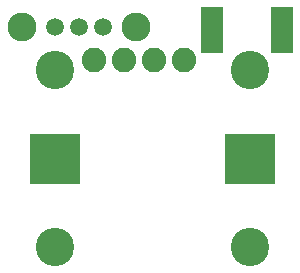
<source format=gbr>
G04 EAGLE Gerber RS-274X export*
G75*
%MOMM*%
%FSLAX34Y34*%
%LPD*%
%INSoldermask Bottom*%
%IPPOS*%
%AMOC8*
5,1,8,0,0,1.08239X$1,22.5*%
G01*
%ADD10R,4.203200X4.203200*%
%ADD11C,3.248200*%
%ADD12C,2.082800*%
%ADD13R,1.903200X3.903200*%
%ADD14C,1.511200*%
%ADD15C,2.453200*%


D10*
X198120Y127000D03*
D11*
X198120Y52000D03*
X198120Y202000D03*
D10*
X363220Y127000D03*
D11*
X363220Y202000D03*
X363220Y52000D03*
D12*
X231140Y210820D03*
X256540Y210820D03*
X281940Y210820D03*
X307340Y210820D03*
D13*
X331180Y236220D03*
X390180Y236220D03*
D14*
X218440Y238760D03*
X198440Y238760D03*
X238440Y238760D03*
D15*
X169940Y238760D03*
X266940Y238760D03*
M02*

</source>
